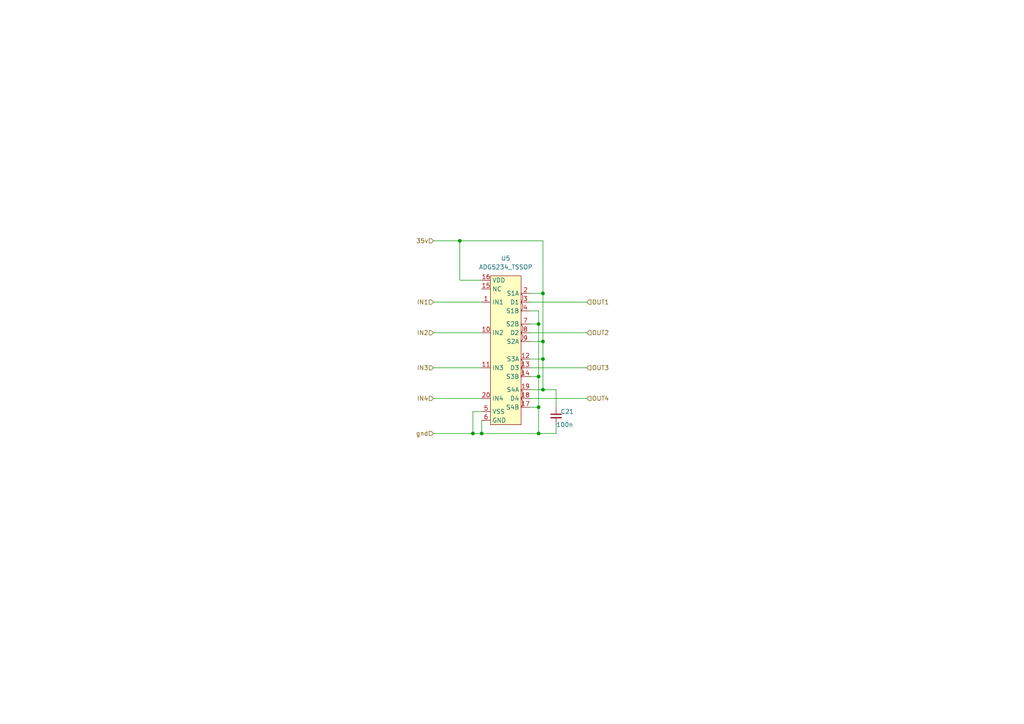
<source format=kicad_sch>
(kicad_sch (version 20211123) (generator eeschema)

  (uuid e24c59bc-30ee-41bd-8883-fedeec8eec77)

  (paper "A4")

  (lib_symbols
    (symbol "0_kicad_custom_symbols:ADG5234_TSSOP" (in_bom yes) (on_board yes)
      (property "Reference" "U" (id 0) (at 0 25.4 0)
        (effects (font (size 1.27 1.27)))
      )
      (property "Value" "ADG5234_TSSOP" (id 1) (at 1.27 22.86 0)
        (effects (font (size 1.27 1.27)))
      )
      (property "Footprint" "" (id 2) (at 0 30.48 0)
        (effects (font (size 1.27 1.27)) hide)
      )
      (property "Datasheet" "" (id 3) (at 0 30.48 0)
        (effects (font (size 1.27 1.27)) hide)
      )
      (symbol "ADG5234_TSSOP_0_0"
        (pin unspecified line (at -6.35 13.97 0) (length 2.54)
          (name "IN1" (effects (font (size 1.27 1.27))))
          (number "1" (effects (font (size 1.27 1.27))))
        )
        (pin unspecified line (at -6.35 5.08 0) (length 2.54)
          (name "IN2" (effects (font (size 1.27 1.27))))
          (number "10" (effects (font (size 1.27 1.27))))
        )
        (pin unspecified line (at -6.35 -5.08 0) (length 2.54)
          (name "IN3" (effects (font (size 1.27 1.27))))
          (number "11" (effects (font (size 1.27 1.27))))
        )
        (pin unspecified line (at 7.62 -2.54 180) (length 2.54)
          (name "S3A" (effects (font (size 1.27 1.27))))
          (number "12" (effects (font (size 1.27 1.27))))
        )
        (pin unspecified line (at 7.62 -5.08 180) (length 2.54)
          (name "D3" (effects (font (size 1.27 1.27))))
          (number "13" (effects (font (size 1.27 1.27))))
        )
        (pin unspecified line (at 7.62 -7.62 180) (length 2.54)
          (name "S3B" (effects (font (size 1.27 1.27))))
          (number "14" (effects (font (size 1.27 1.27))))
        )
        (pin unspecified line (at -6.35 17.78 0) (length 2.54)
          (name "NC" (effects (font (size 1.27 1.27))))
          (number "15" (effects (font (size 1.27 1.27))))
        )
        (pin unspecified line (at -6.35 20.32 0) (length 2.54)
          (name "VDD" (effects (font (size 1.27 1.27))))
          (number "16" (effects (font (size 1.27 1.27))))
        )
        (pin unspecified line (at 7.62 -16.51 180) (length 2.54)
          (name "S4B" (effects (font (size 1.27 1.27))))
          (number "17" (effects (font (size 1.27 1.27))))
        )
        (pin unspecified line (at 7.62 -13.97 180) (length 2.54)
          (name "D4" (effects (font (size 1.27 1.27))))
          (number "18" (effects (font (size 1.27 1.27))))
        )
        (pin unspecified line (at 7.62 -11.43 180) (length 2.54)
          (name "S4A" (effects (font (size 1.27 1.27))))
          (number "19" (effects (font (size 1.27 1.27))))
        )
        (pin unspecified line (at 7.62 16.51 180) (length 2.54)
          (name "S1A" (effects (font (size 1.27 1.27))))
          (number "2" (effects (font (size 1.27 1.27))))
        )
        (pin unspecified line (at -6.35 -13.97 0) (length 2.54)
          (name "IN4" (effects (font (size 1.27 1.27))))
          (number "20" (effects (font (size 1.27 1.27))))
        )
        (pin unspecified line (at 7.62 13.97 180) (length 2.54)
          (name "D1" (effects (font (size 1.27 1.27))))
          (number "3" (effects (font (size 1.27 1.27))))
        )
        (pin unspecified line (at 7.62 11.43 180) (length 2.54)
          (name "S1B" (effects (font (size 1.27 1.27))))
          (number "4" (effects (font (size 1.27 1.27))))
        )
        (pin unspecified line (at -6.35 -17.78 0) (length 2.54)
          (name "VSS" (effects (font (size 1.27 1.27))))
          (number "5" (effects (font (size 1.27 1.27))))
        )
        (pin unspecified line (at -6.35 -20.32 0) (length 2.54)
          (name "GND" (effects (font (size 1.27 1.27))))
          (number "6" (effects (font (size 1.27 1.27))))
        )
        (pin unspecified line (at 7.62 7.62 180) (length 2.54)
          (name "S2B" (effects (font (size 1.27 1.27))))
          (number "7" (effects (font (size 1.27 1.27))))
        )
        (pin unspecified line (at 7.62 5.08 180) (length 2.54)
          (name "D2" (effects (font (size 1.27 1.27))))
          (number "8" (effects (font (size 1.27 1.27))))
        )
        (pin unspecified line (at 7.62 2.54 180) (length 2.54)
          (name "S2A" (effects (font (size 1.27 1.27))))
          (number "9" (effects (font (size 1.27 1.27))))
        )
      )
      (symbol "ADG5234_TSSOP_0_1"
        (rectangle (start -3.81 21.59) (end 5.08 -21.59)
          (stroke (width 0) (type default) (color 0 0 0 0))
          (fill (type background))
        )
        (arc (start 5.08 -16.51) (mid 8.1462 -15.24) (end 5.08 -13.97)
          (stroke (width 0) (type default) (color 0 0 0 0))
          (fill (type none))
        )
        (arc (start 5.08 -13.97) (mid 8.1462 -12.7) (end 5.08 -11.43)
          (stroke (width 0) (type default) (color 0 0 0 0))
          (fill (type none))
        )
        (arc (start 5.08 -7.62) (mid 8.1462 -6.35) (end 5.08 -5.08)
          (stroke (width 0) (type default) (color 0 0 0 0))
          (fill (type none))
        )
        (arc (start 5.08 -5.08) (mid 8.1462 -3.81) (end 5.08 -2.54)
          (stroke (width 0) (type default) (color 0 0 0 0))
          (fill (type none))
        )
        (arc (start 5.08 2.54) (mid 8.1462 3.81) (end 5.08 5.08)
          (stroke (width 0) (type default) (color 0 0 0 0))
          (fill (type none))
        )
        (arc (start 5.08 5.08) (mid 8.1462 6.35) (end 5.08 7.62)
          (stroke (width 0) (type default) (color 0 0 0 0))
          (fill (type none))
        )
        (arc (start 5.08 11.43) (mid 8.1462 12.7) (end 5.08 13.97)
          (stroke (width 0) (type default) (color 0 0 0 0))
          (fill (type none))
        )
        (arc (start 5.08 13.97) (mid 8.1462 15.24) (end 5.08 16.51)
          (stroke (width 0) (type default) (color 0 0 0 0))
          (fill (type none))
        )
      )
    )
    (symbol "Device:C_Small" (pin_numbers hide) (pin_names (offset 0.254) hide) (in_bom yes) (on_board yes)
      (property "Reference" "C" (id 0) (at 0.254 1.778 0)
        (effects (font (size 1.27 1.27)) (justify left))
      )
      (property "Value" "C_Small" (id 1) (at 0.254 -2.032 0)
        (effects (font (size 1.27 1.27)) (justify left))
      )
      (property "Footprint" "" (id 2) (at 0 0 0)
        (effects (font (size 1.27 1.27)) hide)
      )
      (property "Datasheet" "~" (id 3) (at 0 0 0)
        (effects (font (size 1.27 1.27)) hide)
      )
      (property "ki_keywords" "capacitor cap" (id 4) (at 0 0 0)
        (effects (font (size 1.27 1.27)) hide)
      )
      (property "ki_description" "Unpolarized capacitor, small symbol" (id 5) (at 0 0 0)
        (effects (font (size 1.27 1.27)) hide)
      )
      (property "ki_fp_filters" "C_*" (id 6) (at 0 0 0)
        (effects (font (size 1.27 1.27)) hide)
      )
      (symbol "C_Small_0_1"
        (polyline
          (pts
            (xy -1.524 -0.508)
            (xy 1.524 -0.508)
          )
          (stroke (width 0.3302) (type default) (color 0 0 0 0))
          (fill (type none))
        )
        (polyline
          (pts
            (xy -1.524 0.508)
            (xy 1.524 0.508)
          )
          (stroke (width 0.3048) (type default) (color 0 0 0 0))
          (fill (type none))
        )
      )
      (symbol "C_Small_1_1"
        (pin passive line (at 0 2.54 270) (length 2.032)
          (name "~" (effects (font (size 1.27 1.27))))
          (number "1" (effects (font (size 1.27 1.27))))
        )
        (pin passive line (at 0 -2.54 90) (length 2.032)
          (name "~" (effects (font (size 1.27 1.27))))
          (number "2" (effects (font (size 1.27 1.27))))
        )
      )
    )
  )

  (junction (at 133.35 69.85) (diameter 0) (color 0 0 0 0)
    (uuid 0e6a124c-8084-480f-9a99-d3906c03930c)
  )
  (junction (at 156.21 109.22) (diameter 0) (color 0 0 0 0)
    (uuid 1254a70a-ed35-4bcd-a2b1-76248c2453c1)
  )
  (junction (at 156.21 93.98) (diameter 0) (color 0 0 0 0)
    (uuid 448a3475-c0e9-460c-a375-4195475d1747)
  )
  (junction (at 157.48 99.06) (diameter 0) (color 0 0 0 0)
    (uuid 53277975-ebef-4a56-9f45-b3be32abf561)
  )
  (junction (at 156.21 118.11) (diameter 0) (color 0 0 0 0)
    (uuid 64a2ab99-487d-448f-a06f-c2d84fed988b)
  )
  (junction (at 139.7 125.73) (diameter 0) (color 0 0 0 0)
    (uuid a5beb8f4-6e77-4f83-9fe0-12bc07b4a250)
  )
  (junction (at 137.16 125.73) (diameter 0) (color 0 0 0 0)
    (uuid ae5fb645-205d-4eda-a48a-ca7aa002cf0f)
  )
  (junction (at 156.21 125.73) (diameter 0) (color 0 0 0 0)
    (uuid e3e938b8-1090-4cfe-9c76-9379d0e5416c)
  )
  (junction (at 157.48 113.03) (diameter 0) (color 0 0 0 0)
    (uuid ebdc58f4-1e0d-48ee-bc6e-43859c50dac6)
  )
  (junction (at 157.48 85.09) (diameter 0) (color 0 0 0 0)
    (uuid f8b462bf-3ba3-43f9-88c8-18e1c0c65205)
  )
  (junction (at 157.48 104.14) (diameter 0) (color 0 0 0 0)
    (uuid f8f12f55-82f6-48c7-9803-b42a27a4b2f5)
  )

  (wire (pts (xy 153.67 99.06) (xy 157.48 99.06))
    (stroke (width 0) (type default) (color 0 0 0 0))
    (uuid 001e7031-5191-4137-b571-4db89e01d436)
  )
  (wire (pts (xy 157.48 104.14) (xy 157.48 99.06))
    (stroke (width 0) (type default) (color 0 0 0 0))
    (uuid 01b7cf8d-d1f7-4c1b-b43d-ee433b5b7cb3)
  )
  (wire (pts (xy 156.21 90.17) (xy 156.21 93.98))
    (stroke (width 0) (type default) (color 0 0 0 0))
    (uuid 0b44b5da-b612-4915-bb48-c714c13bb931)
  )
  (wire (pts (xy 161.29 113.03) (xy 157.48 113.03))
    (stroke (width 0) (type default) (color 0 0 0 0))
    (uuid 110a07c8-a465-435b-b989-6ca432394d50)
  )
  (wire (pts (xy 156.21 125.73) (xy 156.21 118.11))
    (stroke (width 0) (type default) (color 0 0 0 0))
    (uuid 18e434c7-1a19-4f19-b8a6-9e0e8ab886ef)
  )
  (wire (pts (xy 133.35 81.28) (xy 133.35 69.85))
    (stroke (width 0) (type default) (color 0 0 0 0))
    (uuid 1993ec1b-f618-4dae-9198-619b10ec3c8a)
  )
  (wire (pts (xy 156.21 118.11) (xy 153.67 118.11))
    (stroke (width 0) (type default) (color 0 0 0 0))
    (uuid 1c32f55f-b45c-460a-8f33-cc74eeba98f6)
  )
  (wire (pts (xy 139.7 119.38) (xy 137.16 119.38))
    (stroke (width 0) (type default) (color 0 0 0 0))
    (uuid 25676944-8dfb-437c-9e58-469308296453)
  )
  (wire (pts (xy 156.21 109.22) (xy 156.21 118.11))
    (stroke (width 0) (type default) (color 0 0 0 0))
    (uuid 2b3fef75-4a7e-4f9f-bd33-e5f7555ba17b)
  )
  (wire (pts (xy 125.73 115.57) (xy 139.7 115.57))
    (stroke (width 0) (type default) (color 0 0 0 0))
    (uuid 2f7b90d2-f87d-4f83-9560-7ec52a4d7756)
  )
  (wire (pts (xy 153.67 87.63) (xy 170.18 87.63))
    (stroke (width 0) (type default) (color 0 0 0 0))
    (uuid 3730fed8-0917-41ee-8ddc-763aec5118a2)
  )
  (wire (pts (xy 153.67 90.17) (xy 156.21 90.17))
    (stroke (width 0) (type default) (color 0 0 0 0))
    (uuid 39739018-ee7a-48ac-a66d-646c04200504)
  )
  (wire (pts (xy 125.73 125.73) (xy 137.16 125.73))
    (stroke (width 0) (type default) (color 0 0 0 0))
    (uuid 4aa0580f-5aa9-4405-aea4-49b50ee476d8)
  )
  (wire (pts (xy 153.67 106.68) (xy 170.18 106.68))
    (stroke (width 0) (type default) (color 0 0 0 0))
    (uuid 52d2db6e-82ba-4163-8b41-7fdf23c55957)
  )
  (wire (pts (xy 125.73 106.68) (xy 139.7 106.68))
    (stroke (width 0) (type default) (color 0 0 0 0))
    (uuid 5da08a6e-2341-44f6-b87d-35b35dcb30ef)
  )
  (wire (pts (xy 125.73 96.52) (xy 139.7 96.52))
    (stroke (width 0) (type default) (color 0 0 0 0))
    (uuid 635e3560-5ad7-4480-a3df-563df975c906)
  )
  (wire (pts (xy 153.67 115.57) (xy 170.18 115.57))
    (stroke (width 0) (type default) (color 0 0 0 0))
    (uuid 680a7553-0590-4ff1-9567-0de05566554b)
  )
  (wire (pts (xy 157.48 113.03) (xy 157.48 104.14))
    (stroke (width 0) (type default) (color 0 0 0 0))
    (uuid 690b5bb0-e98c-4402-8564-63dc296fd901)
  )
  (wire (pts (xy 137.16 125.73) (xy 139.7 125.73))
    (stroke (width 0) (type default) (color 0 0 0 0))
    (uuid 6e01fd89-23ed-45c8-b139-0c613ce0f470)
  )
  (wire (pts (xy 153.67 104.14) (xy 157.48 104.14))
    (stroke (width 0) (type default) (color 0 0 0 0))
    (uuid 77e94353-b8fb-45bd-a26d-8875489e159e)
  )
  (wire (pts (xy 133.35 69.85) (xy 157.48 69.85))
    (stroke (width 0) (type default) (color 0 0 0 0))
    (uuid 782c360c-9494-4f3a-b41e-f68cf8609e35)
  )
  (wire (pts (xy 161.29 118.11) (xy 161.29 113.03))
    (stroke (width 0) (type default) (color 0 0 0 0))
    (uuid 7d2f5d82-d0b6-494d-b973-3541c2b2d0ef)
  )
  (wire (pts (xy 161.29 123.19) (xy 161.29 125.73))
    (stroke (width 0) (type default) (color 0 0 0 0))
    (uuid 7f518e6c-f899-47cf-85b2-c4e035699cc6)
  )
  (wire (pts (xy 156.21 93.98) (xy 156.21 109.22))
    (stroke (width 0) (type default) (color 0 0 0 0))
    (uuid 8227d213-f862-46c9-8503-d365dc85ef1a)
  )
  (wire (pts (xy 157.48 99.06) (xy 157.48 85.09))
    (stroke (width 0) (type default) (color 0 0 0 0))
    (uuid 845b7c8a-b71b-4e42-9b03-5a3d0adc44da)
  )
  (wire (pts (xy 153.67 109.22) (xy 156.21 109.22))
    (stroke (width 0) (type default) (color 0 0 0 0))
    (uuid 8a834f31-d9c3-417e-92e1-69dcb83407dd)
  )
  (wire (pts (xy 139.7 81.28) (xy 133.35 81.28))
    (stroke (width 0) (type default) (color 0 0 0 0))
    (uuid 96388b54-15df-432a-81bc-9e923e94e165)
  )
  (wire (pts (xy 139.7 121.92) (xy 139.7 125.73))
    (stroke (width 0) (type default) (color 0 0 0 0))
    (uuid b8f69afd-70b5-4037-99e3-e1501d32376f)
  )
  (wire (pts (xy 157.48 69.85) (xy 157.48 85.09))
    (stroke (width 0) (type default) (color 0 0 0 0))
    (uuid b9f8a667-cd74-48fb-8c27-bcdd892f6159)
  )
  (wire (pts (xy 137.16 119.38) (xy 137.16 125.73))
    (stroke (width 0) (type default) (color 0 0 0 0))
    (uuid c4b1aef7-44c3-4524-a33b-79bb2d404809)
  )
  (wire (pts (xy 161.29 125.73) (xy 156.21 125.73))
    (stroke (width 0) (type default) (color 0 0 0 0))
    (uuid c8fc9ee6-9617-47ef-ad87-4fe11ff69ba9)
  )
  (wire (pts (xy 153.67 113.03) (xy 157.48 113.03))
    (stroke (width 0) (type default) (color 0 0 0 0))
    (uuid c9909460-4f62-4d84-a6bd-e08d5aa25812)
  )
  (wire (pts (xy 157.48 85.09) (xy 153.67 85.09))
    (stroke (width 0) (type default) (color 0 0 0 0))
    (uuid d60b4894-ea25-4af9-b59c-235b7eed5882)
  )
  (wire (pts (xy 153.67 93.98) (xy 156.21 93.98))
    (stroke (width 0) (type default) (color 0 0 0 0))
    (uuid f01aaeae-956e-4bca-ae8f-f50098d6ff49)
  )
  (wire (pts (xy 125.73 69.85) (xy 133.35 69.85))
    (stroke (width 0) (type default) (color 0 0 0 0))
    (uuid f039be26-8f40-4e4f-87e5-ec3f4c66e09d)
  )
  (wire (pts (xy 139.7 125.73) (xy 156.21 125.73))
    (stroke (width 0) (type default) (color 0 0 0 0))
    (uuid f96405fd-8700-4e8d-bc76-c7ee4bbbbc84)
  )
  (wire (pts (xy 125.73 87.63) (xy 139.7 87.63))
    (stroke (width 0) (type default) (color 0 0 0 0))
    (uuid fa09b62e-66db-4adf-bd4e-25cfc0bdb32a)
  )
  (wire (pts (xy 153.67 96.52) (xy 170.18 96.52))
    (stroke (width 0) (type default) (color 0 0 0 0))
    (uuid fa3b195b-cd82-4ca8-a107-54dfd0a651c8)
  )

  (hierarchical_label "IN4" (shape input) (at 125.73 115.57 180)
    (effects (font (size 1.27 1.27)) (justify right))
    (uuid 04797b1e-c46c-41f7-ab22-48160fb88645)
  )
  (hierarchical_label "OUT3" (shape input) (at 170.18 106.68 0)
    (effects (font (size 1.27 1.27)) (justify left))
    (uuid 0e9a291c-6b47-4aa0-ae6c-3eb46d9228d9)
  )
  (hierarchical_label "35v" (shape input) (at 125.73 69.85 180)
    (effects (font (size 1.27 1.27)) (justify right))
    (uuid 11a3a768-3f5d-4ec9-96f8-7c32d7360c38)
  )
  (hierarchical_label "IN3" (shape input) (at 125.73 106.68 180)
    (effects (font (size 1.27 1.27)) (justify right))
    (uuid 2d4151e4-5d88-4e92-ae4d-ae8f6f2af2b5)
  )
  (hierarchical_label "OUT2" (shape input) (at 170.18 96.52 0)
    (effects (font (size 1.27 1.27)) (justify left))
    (uuid 3592e466-6215-4ead-a8a8-1071385a27eb)
  )
  (hierarchical_label "IN1" (shape input) (at 125.73 87.63 180)
    (effects (font (size 1.27 1.27)) (justify right))
    (uuid 50f3286e-6f1c-4704-8ac7-d21273cc7948)
  )
  (hierarchical_label "gnd" (shape input) (at 125.73 125.73 180)
    (effects (font (size 1.27 1.27)) (justify right))
    (uuid 5e1f6029-490e-4bfb-8c20-54078db4c57a)
  )
  (hierarchical_label "OUT1" (shape input) (at 170.18 87.63 0)
    (effects (font (size 1.27 1.27)) (justify left))
    (uuid 82bb3d6c-7e98-44aa-a09d-affd06e9f2a3)
  )
  (hierarchical_label "OUT4" (shape input) (at 170.18 115.57 0)
    (effects (font (size 1.27 1.27)) (justify left))
    (uuid c2a2e0f2-bc77-4578-b558-a2ac2960c01b)
  )
  (hierarchical_label "IN2" (shape input) (at 125.73 96.52 180)
    (effects (font (size 1.27 1.27)) (justify right))
    (uuid f946f5a4-de6c-4184-a547-5e8424211fa2)
  )

  (symbol (lib_id "Device:C_Small") (at 161.29 120.65 0) (unit 1)
    (in_bom yes) (on_board yes)
    (uuid 1e1675b2-4454-44dd-b79b-24891cacff64)
    (property "Reference" "C21" (id 0) (at 162.56 119.38 0)
      (effects (font (size 1.27 1.27)) (justify left))
    )
    (property "Value" "100n" (id 1) (at 161.29 123.19 0)
      (effects (font (size 1.27 1.27)) (justify left))
    )
    (property "Footprint" "Capacitor_SMD:C_0603_1608Metric_Pad1.08x0.95mm_HandSolder" (id 2) (at 161.29 120.65 0)
      (effects (font (size 1.27 1.27)) hide)
    )
    (property "Datasheet" "~" (id 3) (at 161.29 120.65 0)
      (effects (font (size 1.27 1.27)) hide)
    )
    (pin "1" (uuid 497ca588-9293-4481-bb9e-621c62585c77))
    (pin "2" (uuid 16925ef5-c55d-47ad-9654-847a545b2341))
  )

  (symbol (lib_id "0_kicad_custom_symbols:ADG5234_TSSOP") (at 146.05 101.6 0) (unit 1)
    (in_bom yes) (on_board yes) (fields_autoplaced)
    (uuid f9d00749-dbc4-4da8-8ec8-50d022f62dd1)
    (property "Reference" "U5" (id 0) (at 146.685 74.93 0))
    (property "Value" "ADG5234_TSSOP" (id 1) (at 146.685 77.47 0))
    (property "Footprint" "Package_SO:TSSOP-20_4.4x6.5mm_P0.65mm" (id 2) (at 146.05 71.12 0)
      (effects (font (size 1.27 1.27)) hide)
    )
    (property "Datasheet" "" (id 3) (at 146.05 71.12 0)
      (effects (font (size 1.27 1.27)) hide)
    )
    (pin "1" (uuid a83130a8-5744-431f-b0d9-a998ac4bb71f))
    (pin "10" (uuid c3a39d61-fa3a-47cb-9897-761f31f040f1))
    (pin "11" (uuid 9214624a-25b3-453b-bcfd-9fcc933de611))
    (pin "12" (uuid 6ef70301-9ddb-4631-9d9f-866758286ffe))
    (pin "13" (uuid 195565b5-50cc-4059-bce9-2d0b800c96af))
    (pin "14" (uuid c45946ac-ac35-4a7a-9100-f4eb06b94338))
    (pin "15" (uuid 3badac2b-6eb4-4b77-89d9-988ca278465b))
    (pin "16" (uuid 6d95b0c6-0cc1-4de8-9d67-87bee004841d))
    (pin "17" (uuid 5ec9bebb-83a1-4b01-92b8-730d0b798f24))
    (pin "18" (uuid b80086a6-7acf-4dcf-a9c0-c35eec0e19a9))
    (pin "19" (uuid d101046d-12cb-48e0-889e-f8110a151930))
    (pin "2" (uuid 8be44a83-c3b6-4e74-adfb-7ca82d8abec2))
    (pin "20" (uuid ddb9fa30-0fcf-46df-b716-51c04104a0c8))
    (pin "3" (uuid bd3ddf47-a640-4d0b-a7e5-cb706101474c))
    (pin "4" (uuid 837e8d20-7ed4-45eb-97d8-be43878f7425))
    (pin "5" (uuid 163aa707-ea52-4079-8257-10573cd35126))
    (pin "6" (uuid 1e135a5b-f26a-425b-a588-6fdaf75980ba))
    (pin "7" (uuid ab4f2aaf-c08d-4b11-a37d-319ce4b9b7d7))
    (pin "8" (uuid 5d4a01c2-f6b4-4353-95a3-a988f51a6c10))
    (pin "9" (uuid 730ac6c5-d6b0-488e-b7bb-20450f1158e1))
  )
)

</source>
